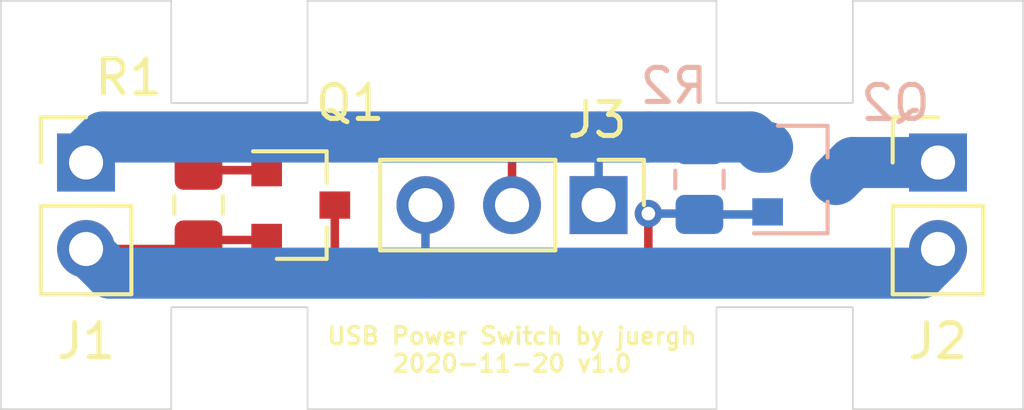
<source format=kicad_pcb>
(kicad_pcb (version 20171130) (host pcbnew 5.1.5+dfsg1-2build2)

  (general
    (thickness 1.6)
    (drawings 21)
    (tracks 41)
    (zones 0)
    (modules 7)
    (nets 6)
  )

  (page A4)
  (title_block
    (title "USB Power Switch")
    (date 2020-11-05)
    (rev 1.0)
  )

  (layers
    (0 F.Cu signal)
    (31 B.Cu signal)
    (34 B.Paste user)
    (35 F.Paste user)
    (36 B.SilkS user)
    (37 F.SilkS user)
    (38 B.Mask user)
    (39 F.Mask user)
    (44 Edge.Cuts user)
    (45 Margin user)
    (46 B.CrtYd user)
    (47 F.CrtYd user)
    (48 B.Fab user hide)
    (49 F.Fab user hide)
  )

  (setup
    (last_trace_width 0.25)
    (user_trace_width 1)
    (user_trace_width 1.5)
    (trace_clearance 0.2)
    (zone_clearance 0.254)
    (zone_45_only no)
    (trace_min 0.2)
    (via_size 0.8)
    (via_drill 0.4)
    (via_min_size 0.4)
    (via_min_drill 0.3)
    (user_via 0.8 0.4)
    (uvia_size 0.3)
    (uvia_drill 0.1)
    (uvias_allowed no)
    (uvia_min_size 0.2)
    (uvia_min_drill 0.1)
    (edge_width 0.05)
    (segment_width 0.2)
    (pcb_text_width 0.3)
    (pcb_text_size 1.5 1.5)
    (mod_edge_width 0.12)
    (mod_text_size 1 1)
    (mod_text_width 0.15)
    (pad_size 1.524 1.524)
    (pad_drill 0.762)
    (pad_to_mask_clearance 0.051)
    (solder_mask_min_width 0.25)
    (aux_axis_origin 0 0)
    (visible_elements FFFFFFFF)
    (pcbplotparams
      (layerselection 0x010f0_ffffffff)
      (usegerberextensions true)
      (usegerberattributes false)
      (usegerberadvancedattributes false)
      (creategerberjobfile false)
      (excludeedgelayer true)
      (linewidth 0.150000)
      (plotframeref false)
      (viasonmask false)
      (mode 1)
      (useauxorigin false)
      (hpglpennumber 1)
      (hpglpenspeed 20)
      (hpglpendiameter 15.000000)
      (psnegative false)
      (psa4output false)
      (plotreference true)
      (plotvalue true)
      (plotinvisibletext false)
      (padsonsilk false)
      (subtractmaskfromsilk false)
      (outputformat 1)
      (mirror false)
      (drillshape 0)
      (scaleselection 1)
      (outputdirectory "fab"))
  )

  (net 0 "")
  (net 1 /Vin)
  (net 2 GND)
  (net 3 /Vout)
  (net 4 /Enable)
  (net 5 "Net-(Q1-Pad3)")

  (net_class Default "This is the default net class."
    (clearance 0.2)
    (trace_width 0.25)
    (via_dia 0.8)
    (via_drill 0.4)
    (uvia_dia 0.3)
    (uvia_drill 0.1)
    (add_net /Enable)
    (add_net /Vin)
    (add_net /Vout)
    (add_net GND)
    (add_net "Net-(Q1-Pad3)")
  )

  (module Resistor_SMD:R_0805_2012Metric_Pad1.15x1.40mm_HandSolder (layer F.Cu) (tedit 5B36C52B) (tstamp 5FA8F40D)
    (at 105.8 106 270)
    (descr "Resistor SMD 0805 (2012 Metric), square (rectangular) end terminal, IPC_7351 nominal with elongated pad for handsoldering. (Body size source: https://docs.google.com/spreadsheets/d/1BsfQQcO9C6DZCsRaXUlFlo91Tg2WpOkGARC1WS5S8t0/edit?usp=sharing), generated with kicad-footprint-generator")
    (tags "resistor handsolder")
    (path /5F7EDC6C)
    (attr smd)
    (fp_text reference R1 (at -3.75 2.05) (layer F.SilkS)
      (effects (font (size 1 1) (thickness 0.15)))
    )
    (fp_text value 10K (at 0 1.65 90) (layer F.Fab)
      (effects (font (size 1 1) (thickness 0.15)))
    )
    (fp_line (start -1 0.6) (end -1 -0.6) (layer F.Fab) (width 0.1))
    (fp_line (start -1 -0.6) (end 1 -0.6) (layer F.Fab) (width 0.1))
    (fp_line (start 1 -0.6) (end 1 0.6) (layer F.Fab) (width 0.1))
    (fp_line (start 1 0.6) (end -1 0.6) (layer F.Fab) (width 0.1))
    (fp_line (start -0.261252 -0.71) (end 0.261252 -0.71) (layer F.SilkS) (width 0.12))
    (fp_line (start -0.261252 0.71) (end 0.261252 0.71) (layer F.SilkS) (width 0.12))
    (fp_line (start -1.85 0.95) (end -1.85 -0.95) (layer F.CrtYd) (width 0.05))
    (fp_line (start -1.85 -0.95) (end 1.85 -0.95) (layer F.CrtYd) (width 0.05))
    (fp_line (start 1.85 -0.95) (end 1.85 0.95) (layer F.CrtYd) (width 0.05))
    (fp_line (start 1.85 0.95) (end -1.85 0.95) (layer F.CrtYd) (width 0.05))
    (fp_text user %R (at 0 0 90) (layer F.Fab)
      (effects (font (size 0.5 0.5) (thickness 0.08)))
    )
    (pad 1 smd roundrect (at -1.025 0 270) (size 1.15 1.4) (layers F.Cu F.Paste F.Mask) (roundrect_rratio 0.217391)
      (net 4 /Enable))
    (pad 2 smd roundrect (at 1.025 0 270) (size 1.15 1.4) (layers F.Cu F.Paste F.Mask) (roundrect_rratio 0.217391)
      (net 2 GND))
    (model ${KISYS3DMOD}/Resistor_SMD.3dshapes/R_0805_2012Metric.wrl
      (at (xyz 0 0 0))
      (scale (xyz 1 1 1))
      (rotate (xyz 0 0 0))
    )
  )

  (module Package_TO_SOT_SMD:SOT-23 (layer F.Cu) (tedit 5A02FF57) (tstamp 5FA8F441)
    (at 108.8 106)
    (descr "SOT-23, Standard")
    (tags SOT-23)
    (path /5F7EDC5F)
    (attr smd)
    (fp_text reference Q1 (at 1.45 -3) (layer F.SilkS)
      (effects (font (size 1 1) (thickness 0.15)))
    )
    (fp_text value Q_NMOS_GSD (at 0 2.5) (layer F.Fab)
      (effects (font (size 1 1) (thickness 0.15)))
    )
    (fp_line (start 0.76 1.58) (end -0.7 1.58) (layer F.SilkS) (width 0.12))
    (fp_line (start 0.76 -1.58) (end -1.4 -1.58) (layer F.SilkS) (width 0.12))
    (fp_line (start -1.7 1.75) (end -1.7 -1.75) (layer F.CrtYd) (width 0.05))
    (fp_line (start 1.7 1.75) (end -1.7 1.75) (layer F.CrtYd) (width 0.05))
    (fp_line (start 1.7 -1.75) (end 1.7 1.75) (layer F.CrtYd) (width 0.05))
    (fp_line (start -1.7 -1.75) (end 1.7 -1.75) (layer F.CrtYd) (width 0.05))
    (fp_line (start 0.76 -1.58) (end 0.76 -0.65) (layer F.SilkS) (width 0.12))
    (fp_line (start 0.76 1.58) (end 0.76 0.65) (layer F.SilkS) (width 0.12))
    (fp_line (start -0.7 1.52) (end 0.7 1.52) (layer F.Fab) (width 0.1))
    (fp_line (start 0.7 -1.52) (end 0.7 1.52) (layer F.Fab) (width 0.1))
    (fp_line (start -0.7 -0.95) (end -0.15 -1.52) (layer F.Fab) (width 0.1))
    (fp_line (start -0.15 -1.52) (end 0.7 -1.52) (layer F.Fab) (width 0.1))
    (fp_line (start -0.7 -0.95) (end -0.7 1.5) (layer F.Fab) (width 0.1))
    (fp_text user %R (at 0 0 90) (layer F.Fab)
      (effects (font (size 0.5 0.5) (thickness 0.075)))
    )
    (pad 3 smd rect (at 1 0) (size 0.9 0.8) (layers F.Cu F.Paste F.Mask)
      (net 5 "Net-(Q1-Pad3)"))
    (pad 2 smd rect (at -1 0.95) (size 0.9 0.8) (layers F.Cu F.Paste F.Mask)
      (net 2 GND))
    (pad 1 smd rect (at -1 -0.95) (size 0.9 0.8) (layers F.Cu F.Paste F.Mask)
      (net 4 /Enable))
    (model ${KISYS3DMOD}/Package_TO_SOT_SMD.3dshapes/SOT-23.wrl
      (at (xyz 0 0 0))
      (scale (xyz 1 1 1))
      (rotate (xyz 0 0 0))
    )
  )

  (module Connector_PinHeader_2.54mm:PinHeader_1x02_P2.54mm_Vertical (layer F.Cu) (tedit 59FED5CC) (tstamp 5FA8F63D)
    (at 127.5 104.75)
    (descr "Through hole straight pin header, 1x02, 2.54mm pitch, single row")
    (tags "Through hole pin header THT 1x02 2.54mm single row")
    (path /5F82E6A2)
    (fp_text reference J2 (at 0 5.25) (layer F.SilkS)
      (effects (font (size 1 1) (thickness 0.15)))
    )
    (fp_text value Conn_01x02 (at 0 4.87) (layer F.Fab)
      (effects (font (size 1 1) (thickness 0.15)))
    )
    (fp_line (start -0.635 -1.27) (end 1.27 -1.27) (layer F.Fab) (width 0.1))
    (fp_line (start 1.27 -1.27) (end 1.27 3.81) (layer F.Fab) (width 0.1))
    (fp_line (start 1.27 3.81) (end -1.27 3.81) (layer F.Fab) (width 0.1))
    (fp_line (start -1.27 3.81) (end -1.27 -0.635) (layer F.Fab) (width 0.1))
    (fp_line (start -1.27 -0.635) (end -0.635 -1.27) (layer F.Fab) (width 0.1))
    (fp_line (start -1.33 3.87) (end 1.33 3.87) (layer F.SilkS) (width 0.12))
    (fp_line (start -1.33 1.27) (end -1.33 3.87) (layer F.SilkS) (width 0.12))
    (fp_line (start 1.33 1.27) (end 1.33 3.87) (layer F.SilkS) (width 0.12))
    (fp_line (start -1.33 1.27) (end 1.33 1.27) (layer F.SilkS) (width 0.12))
    (fp_line (start -1.33 0) (end -1.33 -1.33) (layer F.SilkS) (width 0.12))
    (fp_line (start -1.33 -1.33) (end 0 -1.33) (layer F.SilkS) (width 0.12))
    (fp_line (start -1.8 -1.8) (end -1.8 4.35) (layer F.CrtYd) (width 0.05))
    (fp_line (start -1.8 4.35) (end 1.8 4.35) (layer F.CrtYd) (width 0.05))
    (fp_line (start 1.8 4.35) (end 1.8 -1.8) (layer F.CrtYd) (width 0.05))
    (fp_line (start 1.8 -1.8) (end -1.8 -1.8) (layer F.CrtYd) (width 0.05))
    (fp_text user %R (at 0 1.27 90) (layer F.Fab)
      (effects (font (size 1 1) (thickness 0.15)))
    )
    (pad 1 thru_hole rect (at 0 0) (size 1.7 1.7) (drill 1) (layers *.Cu *.Mask)
      (net 3 /Vout))
    (pad 2 thru_hole oval (at 0 2.54) (size 1.7 1.7) (drill 1) (layers *.Cu *.Mask)
      (net 2 GND))
    (model ${KISYS3DMOD}/Connector_PinHeader_2.54mm.3dshapes/PinHeader_1x02_P2.54mm_Vertical.wrl
      (at (xyz 0 0 0))
      (scale (xyz 1 1 1))
      (rotate (xyz 0 0 0))
    )
  )

  (module Package_TO_SOT_SMD:SOT-23 (layer B.Cu) (tedit 5A02FF57) (tstamp 5FA8F48F)
    (at 123.5 105.25)
    (descr "SOT-23, Standard")
    (tags SOT-23)
    (path /5F7EDC43)
    (attr smd)
    (fp_text reference Q2 (at 2.75 -2.25) (layer B.SilkS)
      (effects (font (size 1 1) (thickness 0.15)) (justify mirror))
    )
    (fp_text value Q_PMOS_GSD (at 0 -2.5) (layer B.Fab)
      (effects (font (size 1 1) (thickness 0.15)) (justify mirror))
    )
    (fp_text user %R (at 0 0 270) (layer B.Fab)
      (effects (font (size 0.5 0.5) (thickness 0.075)) (justify mirror))
    )
    (fp_line (start -0.7 0.95) (end -0.7 -1.5) (layer B.Fab) (width 0.1))
    (fp_line (start -0.15 1.52) (end 0.7 1.52) (layer B.Fab) (width 0.1))
    (fp_line (start -0.7 0.95) (end -0.15 1.52) (layer B.Fab) (width 0.1))
    (fp_line (start 0.7 1.52) (end 0.7 -1.52) (layer B.Fab) (width 0.1))
    (fp_line (start -0.7 -1.52) (end 0.7 -1.52) (layer B.Fab) (width 0.1))
    (fp_line (start 0.76 -1.58) (end 0.76 -0.65) (layer B.SilkS) (width 0.12))
    (fp_line (start 0.76 1.58) (end 0.76 0.65) (layer B.SilkS) (width 0.12))
    (fp_line (start -1.7 1.75) (end 1.7 1.75) (layer B.CrtYd) (width 0.05))
    (fp_line (start 1.7 1.75) (end 1.7 -1.75) (layer B.CrtYd) (width 0.05))
    (fp_line (start 1.7 -1.75) (end -1.7 -1.75) (layer B.CrtYd) (width 0.05))
    (fp_line (start -1.7 -1.75) (end -1.7 1.75) (layer B.CrtYd) (width 0.05))
    (fp_line (start 0.76 1.58) (end -1.4 1.58) (layer B.SilkS) (width 0.12))
    (fp_line (start 0.76 -1.58) (end -0.7 -1.58) (layer B.SilkS) (width 0.12))
    (pad 1 smd rect (at -1 0.95) (size 0.9 0.8) (layers B.Cu B.Paste B.Mask)
      (net 5 "Net-(Q1-Pad3)"))
    (pad 2 smd rect (at -1 -0.95) (size 0.9 0.8) (layers B.Cu B.Paste B.Mask)
      (net 1 /Vin))
    (pad 3 smd rect (at 1 0) (size 0.9 0.8) (layers B.Cu B.Paste B.Mask)
      (net 3 /Vout))
    (model ${KISYS3DMOD}/Package_TO_SOT_SMD.3dshapes/SOT-23.wrl
      (at (xyz 0 0 0))
      (scale (xyz 1 1 1))
      (rotate (xyz 0 0 0))
    )
  )

  (module Connector_PinHeader_2.54mm:PinHeader_1x02_P2.54mm_Vertical (layer F.Cu) (tedit 59FED5CC) (tstamp 5FAD5A2F)
    (at 102.5 104.75)
    (descr "Through hole straight pin header, 1x02, 2.54mm pitch, single row")
    (tags "Through hole pin header THT 1x02 2.54mm single row")
    (path /5F827D82)
    (fp_text reference J1 (at 0 5.25) (layer F.SilkS)
      (effects (font (size 1 1) (thickness 0.15)))
    )
    (fp_text value Conn_01x02 (at 0 4.87) (layer F.Fab)
      (effects (font (size 1 1) (thickness 0.15)))
    )
    (fp_text user %R (at 0 1.27 90) (layer F.Fab)
      (effects (font (size 1 1) (thickness 0.15)))
    )
    (fp_line (start 1.8 -1.8) (end -1.8 -1.8) (layer F.CrtYd) (width 0.05))
    (fp_line (start 1.8 4.35) (end 1.8 -1.8) (layer F.CrtYd) (width 0.05))
    (fp_line (start -1.8 4.35) (end 1.8 4.35) (layer F.CrtYd) (width 0.05))
    (fp_line (start -1.8 -1.8) (end -1.8 4.35) (layer F.CrtYd) (width 0.05))
    (fp_line (start -1.33 -1.33) (end 0 -1.33) (layer F.SilkS) (width 0.12))
    (fp_line (start -1.33 0) (end -1.33 -1.33) (layer F.SilkS) (width 0.12))
    (fp_line (start -1.33 1.27) (end 1.33 1.27) (layer F.SilkS) (width 0.12))
    (fp_line (start 1.33 1.27) (end 1.33 3.87) (layer F.SilkS) (width 0.12))
    (fp_line (start -1.33 1.27) (end -1.33 3.87) (layer F.SilkS) (width 0.12))
    (fp_line (start -1.33 3.87) (end 1.33 3.87) (layer F.SilkS) (width 0.12))
    (fp_line (start -1.27 -0.635) (end -0.635 -1.27) (layer F.Fab) (width 0.1))
    (fp_line (start -1.27 3.81) (end -1.27 -0.635) (layer F.Fab) (width 0.1))
    (fp_line (start 1.27 3.81) (end -1.27 3.81) (layer F.Fab) (width 0.1))
    (fp_line (start 1.27 -1.27) (end 1.27 3.81) (layer F.Fab) (width 0.1))
    (fp_line (start -0.635 -1.27) (end 1.27 -1.27) (layer F.Fab) (width 0.1))
    (pad 2 thru_hole oval (at 0 2.54) (size 1.7 1.7) (drill 1) (layers *.Cu *.Mask)
      (net 2 GND))
    (pad 1 thru_hole rect (at 0 0) (size 1.7 1.7) (drill 1) (layers *.Cu *.Mask)
      (net 1 /Vin))
    (model ${KISYS3DMOD}/Connector_PinHeader_2.54mm.3dshapes/PinHeader_1x02_P2.54mm_Vertical.wrl
      (at (xyz 0 0 0))
      (scale (xyz 1 1 1))
      (rotate (xyz 0 0 0))
    )
  )

  (module Resistor_SMD:R_0805_2012Metric_Pad1.15x1.40mm_HandSolder (layer B.Cu) (tedit 5B36C52B) (tstamp 5FAD58AB)
    (at 120.5 105.25 270)
    (descr "Resistor SMD 0805 (2012 Metric), square (rectangular) end terminal, IPC_7351 nominal with elongated pad for handsoldering. (Body size source: https://docs.google.com/spreadsheets/d/1BsfQQcO9C6DZCsRaXUlFlo91Tg2WpOkGARC1WS5S8t0/edit?usp=sharing), generated with kicad-footprint-generator")
    (tags "resistor handsolder")
    (path /5F7EDC4A)
    (attr smd)
    (fp_text reference R2 (at -2.75 0.75) (layer B.SilkS)
      (effects (font (size 1 1) (thickness 0.15)) (justify mirror))
    )
    (fp_text value 10K (at 0 -1.65 270) (layer B.Fab)
      (effects (font (size 1 1) (thickness 0.15)) (justify mirror))
    )
    (fp_line (start -1 -0.6) (end -1 0.6) (layer B.Fab) (width 0.1))
    (fp_line (start -1 0.6) (end 1 0.6) (layer B.Fab) (width 0.1))
    (fp_line (start 1 0.6) (end 1 -0.6) (layer B.Fab) (width 0.1))
    (fp_line (start 1 -0.6) (end -1 -0.6) (layer B.Fab) (width 0.1))
    (fp_line (start -0.261252 0.71) (end 0.261252 0.71) (layer B.SilkS) (width 0.12))
    (fp_line (start -0.261252 -0.71) (end 0.261252 -0.71) (layer B.SilkS) (width 0.12))
    (fp_line (start -1.85 -0.95) (end -1.85 0.95) (layer B.CrtYd) (width 0.05))
    (fp_line (start -1.85 0.95) (end 1.85 0.95) (layer B.CrtYd) (width 0.05))
    (fp_line (start 1.85 0.95) (end 1.85 -0.95) (layer B.CrtYd) (width 0.05))
    (fp_line (start 1.85 -0.95) (end -1.85 -0.95) (layer B.CrtYd) (width 0.05))
    (fp_text user %R (at 0 0 270) (layer B.Fab)
      (effects (font (size 0.5 0.5) (thickness 0.08)) (justify mirror))
    )
    (pad 1 smd roundrect (at -1.025 0 270) (size 1.15 1.4) (layers B.Cu B.Paste B.Mask) (roundrect_rratio 0.217391)
      (net 1 /Vin))
    (pad 2 smd roundrect (at 1.025 0 270) (size 1.15 1.4) (layers B.Cu B.Paste B.Mask) (roundrect_rratio 0.217391)
      (net 5 "Net-(Q1-Pad3)"))
    (model ${KISYS3DMOD}/Resistor_SMD.3dshapes/R_0805_2012Metric.wrl
      (at (xyz 0 0 0))
      (scale (xyz 1 1 1))
      (rotate (xyz 0 0 0))
    )
  )

  (module Connector_PinHeader_2.54mm:PinHeader_1x03_P2.54mm_Vertical (layer F.Cu) (tedit 59FED5CC) (tstamp 5FAD3EC2)
    (at 117.54 106 270)
    (descr "Through hole straight pin header, 1x03, 2.54mm pitch, single row")
    (tags "Through hole pin header THT 1x03 2.54mm single row")
    (path /5F80A696)
    (fp_text reference J3 (at -2.5 0.04 180) (layer F.SilkS)
      (effects (font (size 1 1) (thickness 0.15)))
    )
    (fp_text value Conn_01x03 (at 0 7.41 90) (layer F.Fab)
      (effects (font (size 1 1) (thickness 0.15)))
    )
    (fp_line (start -0.635 -1.27) (end 1.27 -1.27) (layer F.Fab) (width 0.1))
    (fp_line (start 1.27 -1.27) (end 1.27 6.35) (layer F.Fab) (width 0.1))
    (fp_line (start 1.27 6.35) (end -1.27 6.35) (layer F.Fab) (width 0.1))
    (fp_line (start -1.27 6.35) (end -1.27 -0.635) (layer F.Fab) (width 0.1))
    (fp_line (start -1.27 -0.635) (end -0.635 -1.27) (layer F.Fab) (width 0.1))
    (fp_line (start -1.33 6.41) (end 1.33 6.41) (layer F.SilkS) (width 0.12))
    (fp_line (start -1.33 1.27) (end -1.33 6.41) (layer F.SilkS) (width 0.12))
    (fp_line (start 1.33 1.27) (end 1.33 6.41) (layer F.SilkS) (width 0.12))
    (fp_line (start -1.33 1.27) (end 1.33 1.27) (layer F.SilkS) (width 0.12))
    (fp_line (start -1.33 0) (end -1.33 -1.33) (layer F.SilkS) (width 0.12))
    (fp_line (start -1.33 -1.33) (end 0 -1.33) (layer F.SilkS) (width 0.12))
    (fp_line (start -1.8 -1.8) (end -1.8 6.85) (layer F.CrtYd) (width 0.05))
    (fp_line (start -1.8 6.85) (end 1.8 6.85) (layer F.CrtYd) (width 0.05))
    (fp_line (start 1.8 6.85) (end 1.8 -1.8) (layer F.CrtYd) (width 0.05))
    (fp_line (start 1.8 -1.8) (end -1.8 -1.8) (layer F.CrtYd) (width 0.05))
    (fp_text user %R (at 0 2.54) (layer F.Fab)
      (effects (font (size 1 1) (thickness 0.15)))
    )
    (pad 1 thru_hole rect (at 0 0 270) (size 1.7 1.7) (drill 1) (layers *.Cu *.Mask)
      (net 1 /Vin))
    (pad 2 thru_hole oval (at 0 2.54 270) (size 1.7 1.7) (drill 1) (layers *.Cu *.Mask)
      (net 4 /Enable))
    (pad 3 thru_hole oval (at 0 5.08 270) (size 1.7 1.7) (drill 1) (layers *.Cu *.Mask)
      (net 2 GND))
    (model ${KISYS3DMOD}/Connector_PinHeader_2.54mm.3dshapes/PinHeader_1x03_P2.54mm_Vertical.wrl
      (at (xyz 0 0 0))
      (scale (xyz 1 1 1))
      (rotate (xyz 0 0 0))
    )
  )

  (gr_text "USB Power Switch by juergh\n2020-11-20 v1.0" (at 115 110.25) (layer F.SilkS)
    (effects (font (size 0.5 0.5) (thickness 0.1)))
  )
  (gr_line (start 130 112) (end 125 112) (layer Edge.Cuts) (width 0.05) (tstamp 5FABA870))
  (gr_line (start 130 100) (end 125 100) (layer Edge.Cuts) (width 0.05) (tstamp 5FABA870))
  (gr_line (start 121 112) (end 109 112) (layer Edge.Cuts) (width 0.05) (tstamp 5FABA86A))
  (gr_line (start 109 109) (end 105 109) (layer Edge.Cuts) (width 0.05) (tstamp 5FABA797))
  (gr_line (start 125 109) (end 121 109) (layer Edge.Cuts) (width 0.05) (tstamp 5FABA797))
  (gr_line (start 125 103) (end 121 103) (layer Edge.Cuts) (width 0.05) (tstamp 5FABA797))
  (gr_line (start 125 109) (end 125 112) (layer Edge.Cuts) (width 0.05) (tstamp 5FABA761))
  (gr_line (start 125 100) (end 125 103) (layer Edge.Cuts) (width 0.05) (tstamp 5FABA761))
  (gr_line (start 105 100) (end 105 103) (layer Edge.Cuts) (width 0.05) (tstamp 5FABA761))
  (gr_line (start 105 109) (end 105 112) (layer Edge.Cuts) (width 0.05) (tstamp 5FABA761))
  (gr_line (start 109 109) (end 109 112) (layer Edge.Cuts) (width 0.05) (tstamp 5FABA75D))
  (gr_line (start 121 109) (end 121 112) (layer Edge.Cuts) (width 0.05) (tstamp 5FABA75D))
  (gr_line (start 121 100) (end 121 103) (layer Edge.Cuts) (width 0.05) (tstamp 5FABA75D))
  (gr_line (start 105 100) (end 100 100) (layer Edge.Cuts) (width 0.05) (tstamp 5FA8F3FB))
  (gr_line (start 121 100) (end 109 100) (layer Edge.Cuts) (width 0.05) (tstamp 5FA8F3F5))
  (gr_line (start 100 100) (end 100 112) (layer Edge.Cuts) (width 0.05) (tstamp 5FA8F3F2))
  (gr_line (start 130 112) (end 130 100) (layer Edge.Cuts) (width 0.05) (tstamp 5FA8F3EC))
  (gr_line (start 109 103) (end 105 103) (layer Edge.Cuts) (width 0.05) (tstamp 5FA8F58D))
  (gr_line (start 100 112) (end 105 112) (layer Edge.Cuts) (width 0.05) (tstamp 5FA8F581))
  (gr_line (start 109 100) (end 109 103) (layer Edge.Cuts) (width 0.05) (tstamp 5FA8F578))

  (segment (start 120 104.25) (end 120 104.225) (width 0.25) (layer B.Cu) (net 1))
  (segment (start 117.54 106) (end 117.54 104.04) (width 0.25) (layer B.Cu) (net 1))
  (segment (start 117.54 104.04) (end 117.5 104) (width 0.25) (layer B.Cu) (net 1))
  (segment (start 102.5 104.75) (end 102.5 104.5) (width 1.5) (layer B.Cu) (net 1))
  (segment (start 102.5 104.5) (end 103 104) (width 1.5) (layer B.Cu) (net 1))
  (segment (start 103 104) (end 117.5 104) (width 1.5) (layer B.Cu) (net 1))
  (segment (start 117.5 104) (end 119 104) (width 1.5) (layer B.Cu) (net 1))
  (segment (start 119 104) (end 122 104) (width 1.5) (layer B.Cu) (net 1))
  (segment (start 122.3 104.3) (end 122 104) (width 1.5) (layer B.Cu) (net 1))
  (segment (start 122.5 104.3) (end 122.3 104.3) (width 1.5) (layer B.Cu) (net 1))
  (segment (start 102.5 107.3) (end 102.5 107.29) (width 1.5) (layer B.Cu) (net 2))
  (segment (start 103.2 108) (end 102.5 107.3) (width 1.5) (layer B.Cu) (net 2))
  (segment (start 105.535 107.29) (end 105.8 107.025) (width 0.25) (layer F.Cu) (net 2))
  (segment (start 102.5 107.29) (end 105.535 107.29) (width 0.25) (layer F.Cu) (net 2))
  (segment (start 107.725 107.025) (end 107.8 106.95) (width 0.25) (layer F.Cu) (net 2))
  (segment (start 105.8 107.025) (end 107.725 107.025) (width 0.25) (layer F.Cu) (net 2))
  (segment (start 127.5 107.5) (end 127.5 107.29) (width 1.5) (layer B.Cu) (net 2))
  (segment (start 127 108) (end 127.5 107.5) (width 1.5) (layer B.Cu) (net 2))
  (segment (start 112.46 106) (end 112.46 107.96) (width 0.25) (layer B.Cu) (net 2))
  (segment (start 112.46 107.96) (end 112.5 108) (width 0.25) (layer B.Cu) (net 2))
  (segment (start 103.2 108) (end 112.5 108) (width 1.5) (layer B.Cu) (net 2))
  (segment (start 112.5 108) (end 127 108) (width 1.5) (layer B.Cu) (net 2))
  (segment (start 125 104.75) (end 124.5 105.25) (width 1.5) (layer B.Cu) (net 3))
  (segment (start 127.5 104.75) (end 125 104.75) (width 1.5) (layer B.Cu) (net 3))
  (segment (start 115 104.5) (end 115 106) (width 0.25) (layer F.Cu) (net 4))
  (segment (start 114.5 104) (end 115 104.5) (width 0.25) (layer F.Cu) (net 4))
  (segment (start 107.725 104.975) (end 107.8 105.05) (width 0.25) (layer F.Cu) (net 4))
  (segment (start 105.8 104.975) (end 107.725 104.975) (width 0.25) (layer F.Cu) (net 4))
  (segment (start 107.8 105.05) (end 107.8 104.4) (width 0.25) (layer F.Cu) (net 4))
  (segment (start 107.8 104.4) (end 108.2 104) (width 0.25) (layer F.Cu) (net 4))
  (segment (start 108.2 104) (end 114.5 104) (width 0.25) (layer F.Cu) (net 4))
  (via (at 119 106.25) (size 0.8) (drill 0.4) (layers F.Cu B.Cu) (net 5) (tstamp 5FA8F563))
  (segment (start 119 107.5) (end 119 106.25) (width 0.25) (layer F.Cu) (net 5))
  (segment (start 118.5 108) (end 119 107.5) (width 0.25) (layer F.Cu) (net 5))
  (segment (start 120.475 106.25) (end 120.5 106.275) (width 0.25) (layer B.Cu) (net 5))
  (segment (start 119 106.25) (end 120.475 106.25) (width 0.25) (layer B.Cu) (net 5))
  (segment (start 122.425 106.275) (end 122.5 106.2) (width 0.25) (layer B.Cu) (net 5))
  (segment (start 120.5 106.275) (end 122.425 106.275) (width 0.25) (layer B.Cu) (net 5))
  (segment (start 109.8 107.5) (end 110.3 108) (width 0.25) (layer F.Cu) (net 5))
  (segment (start 109.8 106) (end 109.8 107.5) (width 0.25) (layer F.Cu) (net 5))
  (segment (start 110.3 108) (end 118.5 108) (width 0.25) (layer F.Cu) (net 5))

)

</source>
